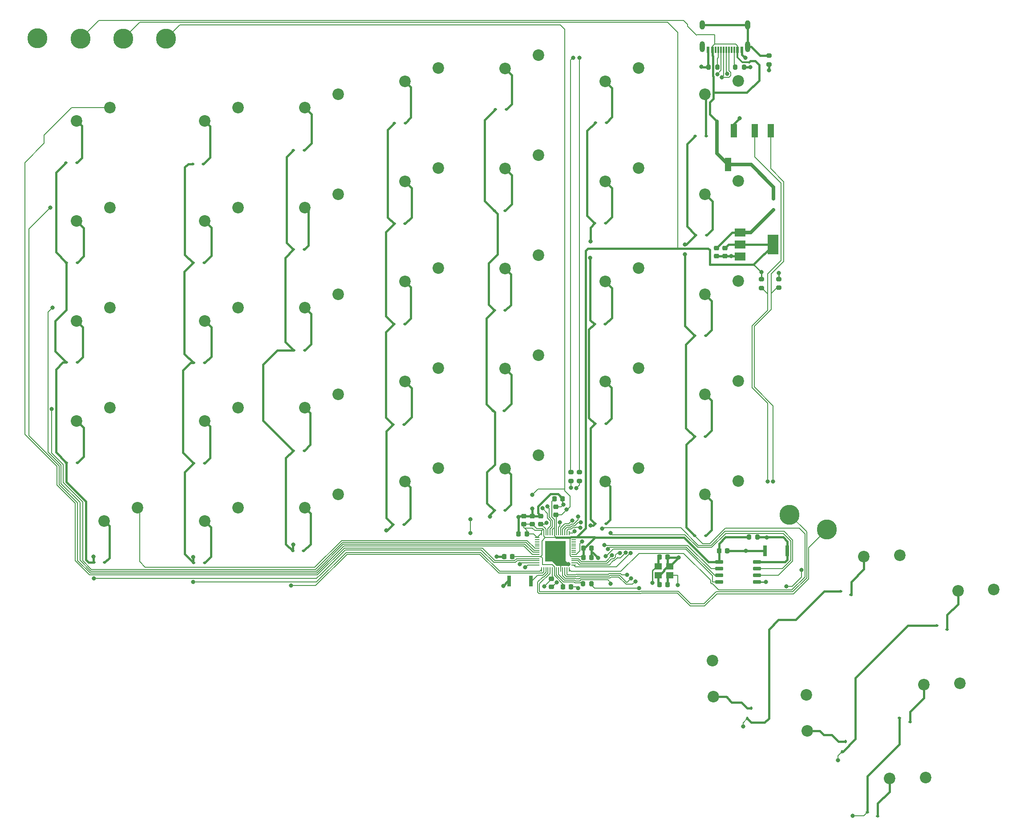
<source format=gbl>
G04 #@! TF.GenerationSoftware,KiCad,Pcbnew,7.0.5*
G04 #@! TF.CreationDate,2025-01-08T15:51:09-05:00*
G04 #@! TF.ProjectId,JasonSplitErgoKeyboard_Left,4a61736f-6e53-4706-9c69-744572676f4b,rev?*
G04 #@! TF.SameCoordinates,Original*
G04 #@! TF.FileFunction,Copper,L2,Bot*
G04 #@! TF.FilePolarity,Positive*
%FSLAX46Y46*%
G04 Gerber Fmt 4.6, Leading zero omitted, Abs format (unit mm)*
G04 Created by KiCad (PCBNEW 7.0.5) date 2025-01-08 15:51:09*
%MOMM*%
%LPD*%
G01*
G04 APERTURE LIST*
G04 Aperture macros list*
%AMRoundRect*
0 Rectangle with rounded corners*
0 $1 Rounding radius*
0 $2 $3 $4 $5 $6 $7 $8 $9 X,Y pos of 4 corners*
0 Add a 4 corners polygon primitive as box body*
4,1,4,$2,$3,$4,$5,$6,$7,$8,$9,$2,$3,0*
0 Add four circle primitives for the rounded corners*
1,1,$1+$1,$2,$3*
1,1,$1+$1,$4,$5*
1,1,$1+$1,$6,$7*
1,1,$1+$1,$8,$9*
0 Add four rect primitives between the rounded corners*
20,1,$1+$1,$2,$3,$4,$5,0*
20,1,$1+$1,$4,$5,$6,$7,0*
20,1,$1+$1,$6,$7,$8,$9,0*
20,1,$1+$1,$8,$9,$2,$3,0*%
G04 Aperture macros list end*
G04 #@! TA.AperFunction,ComponentPad*
%ADD10C,2.200000*%
G04 #@! TD*
G04 #@! TA.AperFunction,SMDPad,CuDef*
%ADD11RoundRect,0.200000X0.275000X-0.200000X0.275000X0.200000X-0.275000X0.200000X-0.275000X-0.200000X0*%
G04 #@! TD*
G04 #@! TA.AperFunction,SMDPad,CuDef*
%ADD12RoundRect,0.112500X-0.187500X-0.112500X0.187500X-0.112500X0.187500X0.112500X-0.187500X0.112500X0*%
G04 #@! TD*
G04 #@! TA.AperFunction,SMDPad,CuDef*
%ADD13RoundRect,0.200000X0.200000X0.275000X-0.200000X0.275000X-0.200000X-0.275000X0.200000X-0.275000X0*%
G04 #@! TD*
G04 #@! TA.AperFunction,SMDPad,CuDef*
%ADD14RoundRect,0.225000X-0.225000X-0.250000X0.225000X-0.250000X0.225000X0.250000X-0.225000X0.250000X0*%
G04 #@! TD*
G04 #@! TA.AperFunction,SMDPad,CuDef*
%ADD15RoundRect,0.225000X-0.250000X0.225000X-0.250000X-0.225000X0.250000X-0.225000X0.250000X0.225000X0*%
G04 #@! TD*
G04 #@! TA.AperFunction,SMDPad,CuDef*
%ADD16RoundRect,0.050000X0.350000X0.050000X-0.350000X0.050000X-0.350000X-0.050000X0.350000X-0.050000X0*%
G04 #@! TD*
G04 #@! TA.AperFunction,SMDPad,CuDef*
%ADD17RoundRect,0.050000X0.050000X0.350000X-0.050000X0.350000X-0.050000X-0.350000X0.050000X-0.350000X0*%
G04 #@! TD*
G04 #@! TA.AperFunction,SMDPad,CuDef*
%ADD18R,4.000000X4.000000*%
G04 #@! TD*
G04 #@! TA.AperFunction,SMDPad,CuDef*
%ADD19RoundRect,0.200000X-0.275000X0.200000X-0.275000X-0.200000X0.275000X-0.200000X0.275000X0.200000X0*%
G04 #@! TD*
G04 #@! TA.AperFunction,SMDPad,CuDef*
%ADD20RoundRect,0.225000X0.250000X-0.225000X0.250000X0.225000X-0.250000X0.225000X-0.250000X-0.225000X0*%
G04 #@! TD*
G04 #@! TA.AperFunction,SMDPad,CuDef*
%ADD21RoundRect,0.112500X0.041587X-0.214670X0.169844X0.137715X-0.041587X0.214670X-0.169844X-0.137715X0*%
G04 #@! TD*
G04 #@! TA.AperFunction,ConnectorPad*
%ADD22R,0.800000X2.000000*%
G04 #@! TD*
G04 #@! TA.AperFunction,ComponentPad*
%ADD23C,3.800000*%
G04 #@! TD*
G04 #@! TA.AperFunction,SMDPad,CuDef*
%ADD24RoundRect,0.112500X-0.214670X-0.041587X0.137715X-0.169844X0.214670X0.041587X-0.137715X0.169844X0*%
G04 #@! TD*
G04 #@! TA.AperFunction,SMDPad,CuDef*
%ADD25R,0.600000X1.240000*%
G04 #@! TD*
G04 #@! TA.AperFunction,SMDPad,CuDef*
%ADD26R,0.300000X1.240000*%
G04 #@! TD*
G04 #@! TA.AperFunction,ComponentPad*
%ADD27O,1.000000X1.800000*%
G04 #@! TD*
G04 #@! TA.AperFunction,ComponentPad*
%ADD28O,1.000000X2.100000*%
G04 #@! TD*
G04 #@! TA.AperFunction,SMDPad,CuDef*
%ADD29RoundRect,0.112500X0.112500X-0.187500X0.112500X0.187500X-0.112500X0.187500X-0.112500X-0.187500X0*%
G04 #@! TD*
G04 #@! TA.AperFunction,SMDPad,CuDef*
%ADD30R,1.400000X1.200000*%
G04 #@! TD*
G04 #@! TA.AperFunction,SMDPad,CuDef*
%ADD31R,2.000000X1.500000*%
G04 #@! TD*
G04 #@! TA.AperFunction,SMDPad,CuDef*
%ADD32R,2.000000X3.800000*%
G04 #@! TD*
G04 #@! TA.AperFunction,SMDPad,CuDef*
%ADD33RoundRect,0.150000X0.650000X0.150000X-0.650000X0.150000X-0.650000X-0.150000X0.650000X-0.150000X0*%
G04 #@! TD*
G04 #@! TA.AperFunction,SMDPad,CuDef*
%ADD34RoundRect,0.200000X-0.200000X-0.275000X0.200000X-0.275000X0.200000X0.275000X-0.200000X0.275000X0*%
G04 #@! TD*
G04 #@! TA.AperFunction,SMDPad,CuDef*
%ADD35R,1.200000X2.500000*%
G04 #@! TD*
G04 #@! TA.AperFunction,SMDPad,CuDef*
%ADD36RoundRect,0.225000X0.225000X0.250000X-0.225000X0.250000X-0.225000X-0.250000X0.225000X-0.250000X0*%
G04 #@! TD*
G04 #@! TA.AperFunction,ViaPad*
%ADD37C,0.800000*%
G04 #@! TD*
G04 #@! TA.AperFunction,Conductor*
%ADD38C,0.450000*%
G04 #@! TD*
G04 #@! TA.AperFunction,Conductor*
%ADD39C,0.150000*%
G04 #@! TD*
G04 #@! TA.AperFunction,Conductor*
%ADD40C,0.600000*%
G04 #@! TD*
G04 #@! TA.AperFunction,Conductor*
%ADD41C,0.250000*%
G04 #@! TD*
G04 #@! TA.AperFunction,Conductor*
%ADD42C,0.400000*%
G04 #@! TD*
G04 #@! TA.AperFunction,Conductor*
%ADD43C,0.650000*%
G04 #@! TD*
G04 #@! TA.AperFunction,Conductor*
%ADD44C,0.300000*%
G04 #@! TD*
G04 APERTURE END LIST*
D10*
X242880000Y-66310000D03*
X236530000Y-68850000D03*
X185770000Y-140030000D03*
X179420000Y-142570000D03*
X147650000Y-71330000D03*
X141300000Y-73870000D03*
X242880000Y-123460000D03*
X236530000Y-126000000D03*
X147650000Y-147530000D03*
X141300000Y-150070000D03*
X242880000Y-142510000D03*
X236530000Y-145050000D03*
X185770000Y-101930000D03*
X179420000Y-104470000D03*
X284964282Y-181015093D03*
X278128503Y-181230084D03*
X242880000Y-104410000D03*
X236530000Y-106950000D03*
X204800000Y-99440000D03*
X198450000Y-101980000D03*
X204800000Y-80390000D03*
X198450000Y-82930000D03*
X223870000Y-63830000D03*
X217520000Y-66370000D03*
X223870000Y-120980000D03*
X217520000Y-123520000D03*
X147650000Y-128480000D03*
X141300000Y-131020000D03*
X166710000Y-68820000D03*
X160360000Y-71360000D03*
X204800000Y-61340000D03*
X198450000Y-63880000D03*
X166710000Y-106920000D03*
X160360000Y-109460000D03*
X123320000Y-90410000D03*
X116970000Y-92950000D03*
X128580000Y-147530000D03*
X122230000Y-150070000D03*
X237885009Y-176694221D03*
X238100000Y-183530000D03*
X223870000Y-140030000D03*
X217520000Y-142570000D03*
X147650000Y-90380000D03*
X141300000Y-92920000D03*
X123320000Y-109460000D03*
X116970000Y-112000000D03*
X278444282Y-198925093D03*
X271608503Y-199140084D03*
X185770000Y-120980000D03*
X179420000Y-123520000D03*
X255785093Y-183245719D03*
X256000084Y-190081498D03*
X166710000Y-87870000D03*
X160360000Y-90410000D03*
X185770000Y-63830000D03*
X179420000Y-66370000D03*
X223870000Y-82880000D03*
X217520000Y-85420000D03*
X123320000Y-71360000D03*
X116970000Y-73900000D03*
X291457920Y-163142555D03*
X284622141Y-163357546D03*
X204800000Y-118490000D03*
X198450000Y-121030000D03*
X166710000Y-145020000D03*
X160360000Y-147560000D03*
X204800000Y-137540000D03*
X198450000Y-140080000D03*
X166710000Y-125970000D03*
X160360000Y-128510000D03*
X185770000Y-82880000D03*
X179420000Y-85420000D03*
X147650000Y-109430000D03*
X141300000Y-111970000D03*
X123320000Y-128510000D03*
X116970000Y-131050000D03*
X223870000Y-101930000D03*
X217520000Y-104470000D03*
X242880000Y-85360000D03*
X236530000Y-87900000D03*
X273574282Y-156620093D03*
X266738503Y-156835084D03*
D11*
X212600000Y-142450000D03*
X212600000Y-140800000D03*
D12*
X215550000Y-131600000D03*
X217650000Y-131600000D03*
D13*
X238825000Y-63650000D03*
X237175000Y-63650000D03*
D14*
X213385000Y-155270000D03*
X214935000Y-155270000D03*
D15*
X207240000Y-161105000D03*
X207240000Y-162655000D03*
D16*
X211480000Y-153270000D03*
X211480000Y-153670000D03*
X211480000Y-154070000D03*
X211480000Y-154470000D03*
X211480000Y-154870000D03*
X211480000Y-155270000D03*
X211480000Y-155670000D03*
X211480000Y-156070000D03*
X211480000Y-156470000D03*
X211480000Y-156870000D03*
X211480000Y-157270000D03*
X211480000Y-157670000D03*
X211480000Y-158070000D03*
X211480000Y-158470000D03*
D17*
X210630000Y-159320000D03*
X210230000Y-159320000D03*
X209830000Y-159320000D03*
X209430000Y-159320000D03*
X209030000Y-159320000D03*
X208630000Y-159320000D03*
X208230000Y-159320000D03*
X207830000Y-159320000D03*
X207430000Y-159320000D03*
X207030000Y-159320000D03*
X206630000Y-159320000D03*
X206230000Y-159320000D03*
X205830000Y-159320000D03*
X205430000Y-159320000D03*
D16*
X204580000Y-158470000D03*
X204580000Y-158070000D03*
X204580000Y-157670000D03*
X204580000Y-157270000D03*
X204580000Y-156870000D03*
X204580000Y-156470000D03*
X204580000Y-156070000D03*
X204580000Y-155670000D03*
X204580000Y-155270000D03*
X204580000Y-154870000D03*
X204580000Y-154470000D03*
X204580000Y-154070000D03*
X204580000Y-153670000D03*
X204580000Y-153270000D03*
D17*
X205430000Y-152420000D03*
X205830000Y-152420000D03*
X206230000Y-152420000D03*
X206630000Y-152420000D03*
X207030000Y-152420000D03*
X207430000Y-152420000D03*
X207830000Y-152420000D03*
X208230000Y-152420000D03*
X208630000Y-152420000D03*
X209030000Y-152420000D03*
X209430000Y-152420000D03*
X209830000Y-152420000D03*
X210230000Y-152420000D03*
X210630000Y-152420000D03*
D18*
X208030000Y-155870000D03*
D19*
X248700000Y-61475000D03*
X248700000Y-63125000D03*
D12*
X234550000Y-114800000D03*
X236650000Y-114800000D03*
X120200000Y-158000000D03*
X122300000Y-158000000D03*
D20*
X202070000Y-150680000D03*
X202070000Y-149130000D03*
D12*
X139200000Y-139100000D03*
X141300000Y-139100000D03*
X177150000Y-131700000D03*
X179250000Y-131700000D03*
D20*
X203640000Y-150685000D03*
X203640000Y-149135000D03*
D21*
X262540879Y-194036677D03*
X263259121Y-192063323D03*
D14*
X207875000Y-145830000D03*
X209425000Y-145830000D03*
D22*
X199220000Y-161550000D03*
X203420000Y-161550000D03*
D12*
X139100000Y-100950000D03*
X141200000Y-100950000D03*
D19*
X250530000Y-104045000D03*
X250530000Y-105695000D03*
D23*
X252590000Y-148906000D03*
D20*
X208100000Y-148935000D03*
X208100000Y-147385000D03*
D13*
X214935000Y-162030000D03*
X213285000Y-162030000D03*
D12*
X115000000Y-100900000D03*
X117100000Y-100900000D03*
X158200000Y-79500000D03*
X160300000Y-79500000D03*
D24*
X262313323Y-163440879D03*
X264286677Y-164159121D03*
D23*
X125844000Y-58228000D03*
D15*
X240310000Y-98105000D03*
X240310000Y-99655000D03*
D25*
X237110000Y-60380000D03*
X237910000Y-60380000D03*
D26*
X239060000Y-60380000D03*
X240060000Y-60380000D03*
X240560000Y-60380000D03*
X241560000Y-60380000D03*
D25*
X242710000Y-60380000D03*
X243510000Y-60380000D03*
X243510000Y-60380000D03*
X242710000Y-60380000D03*
D26*
X242060000Y-60380000D03*
X241060000Y-60380000D03*
X239560000Y-60380000D03*
X238560000Y-60380000D03*
D25*
X237910000Y-60380000D03*
X237110000Y-60380000D03*
D27*
X235990000Y-55580000D03*
D28*
X235990000Y-59780000D03*
D27*
X244630000Y-55580000D03*
D28*
X244630000Y-59780000D03*
D14*
X239165000Y-155760000D03*
X240715000Y-155760000D03*
D29*
X249550000Y-90857500D03*
X249550000Y-88757500D03*
D30*
X229760000Y-160425000D03*
X227560000Y-160425000D03*
X227560000Y-158725000D03*
X229760000Y-158725000D03*
D31*
X243150000Y-99760000D03*
X243150000Y-97460000D03*
D32*
X249450000Y-97460000D03*
D31*
X243150000Y-95160000D03*
D12*
X196400000Y-110000000D03*
X198500000Y-110000000D03*
X115000000Y-119900000D03*
X117100000Y-119900000D03*
X158150000Y-136700000D03*
X160250000Y-136700000D03*
D20*
X205260000Y-150680000D03*
X205260000Y-149130000D03*
D33*
X246360000Y-157895000D03*
X246360000Y-159165000D03*
X246360000Y-160435000D03*
X246360000Y-161705000D03*
X239160000Y-161705000D03*
X239160000Y-160435000D03*
X239160000Y-159165000D03*
X239160000Y-157895000D03*
D12*
X196200000Y-129100000D03*
X198300000Y-129100000D03*
D14*
X227825000Y-156995000D03*
X229375000Y-156995000D03*
D12*
X158250000Y-117600000D03*
X160350000Y-117600000D03*
X234720000Y-95640000D03*
X236820000Y-95640000D03*
X177350000Y-93500000D03*
X179450000Y-93500000D03*
D23*
X117716000Y-58228000D03*
X109480000Y-58190000D03*
D12*
X215550000Y-150600000D03*
X217650000Y-150600000D03*
D23*
X259702000Y-151700000D03*
D12*
X177300000Y-112600000D03*
X179400000Y-112600000D03*
X234600000Y-76800000D03*
X236700000Y-76800000D03*
D24*
X280613323Y-170040879D03*
X282586677Y-170759121D03*
D12*
X196600000Y-71700000D03*
X198700000Y-71700000D03*
X215450000Y-112600000D03*
X217550000Y-112600000D03*
X114900000Y-81850000D03*
X117000000Y-81850000D03*
D34*
X244835000Y-153190000D03*
X246485000Y-153190000D03*
D12*
X139200000Y-158100000D03*
X141300000Y-158100000D03*
X158200000Y-98400000D03*
X160300000Y-98400000D03*
X158050000Y-155800000D03*
X160150000Y-155800000D03*
D35*
X245980000Y-75730000D03*
X248980000Y-75730000D03*
X240880000Y-82230000D03*
X241980000Y-75730000D03*
D21*
X244540879Y-187736677D03*
X245259121Y-185763323D03*
D12*
X234500000Y-134000000D03*
X236600000Y-134000000D03*
D36*
X199860000Y-156880000D03*
X198310000Y-156880000D03*
D12*
X177150000Y-150800000D03*
X179250000Y-150800000D03*
X234550000Y-152900000D03*
X236650000Y-152900000D03*
D34*
X242265000Y-63630000D03*
X243915000Y-63630000D03*
D12*
X177400000Y-74300000D03*
X179500000Y-74300000D03*
D15*
X238710000Y-98095000D03*
X238710000Y-99645000D03*
D24*
X267400000Y-205600000D03*
X269373354Y-206318242D03*
D12*
X196400000Y-91000000D03*
X198500000Y-91000000D03*
D22*
X252140000Y-155740000D03*
X247940000Y-155740000D03*
D36*
X202585000Y-152580000D03*
X201035000Y-152580000D03*
D14*
X227845000Y-162185000D03*
X229395000Y-162185000D03*
D11*
X211000000Y-142455000D03*
X211000000Y-140805000D03*
D12*
X139200000Y-120000000D03*
X141300000Y-120000000D03*
D19*
X247200000Y-104085000D03*
X247200000Y-105735000D03*
D24*
X273513323Y-187640879D03*
X275486677Y-188359121D03*
D14*
X209495000Y-162600000D03*
X211045000Y-162600000D03*
D12*
X139000000Y-82100000D03*
X141100000Y-82100000D03*
X215500000Y-93400000D03*
X217600000Y-93400000D03*
X215650000Y-74200000D03*
X217750000Y-74200000D03*
X196400000Y-148100000D03*
X198500000Y-148100000D03*
D14*
X213385000Y-157020000D03*
X214935000Y-157020000D03*
D23*
X133972000Y-58228000D03*
D12*
X115000000Y-139000000D03*
X117100000Y-139000000D03*
D37*
X254825500Y-159429615D03*
X251999615Y-162575500D03*
X201050000Y-149340000D03*
X245100000Y-63620000D03*
X196860000Y-156890000D03*
X248070000Y-161690000D03*
X235840000Y-63570000D03*
X203670000Y-147710000D03*
X231500000Y-157065000D03*
X248690000Y-64250000D03*
X244280000Y-155740000D03*
X191890000Y-152410000D03*
X244170000Y-61910000D03*
X216160000Y-157095500D03*
X191890000Y-149730000D03*
X208261609Y-161818390D03*
X210488245Y-158319987D03*
X241450000Y-99660000D03*
X209530000Y-146990000D03*
X198100000Y-162450000D03*
X243070000Y-73380000D03*
X212320000Y-162910000D03*
X250530000Y-102850000D03*
X247200000Y-102720000D03*
X226535000Y-161896112D03*
X223920245Y-162877384D03*
X218550000Y-162020000D03*
X231300000Y-162300000D03*
X206365500Y-150480472D03*
X210190867Y-147865500D03*
X205910000Y-162510000D03*
X203670000Y-145100000D03*
X232720000Y-97410000D03*
X232670000Y-99340000D03*
X214700000Y-96870000D03*
X214761504Y-150933020D03*
X221690000Y-160390000D03*
X214670000Y-99960000D03*
X222454531Y-161033815D03*
X195580000Y-149220000D03*
X223249492Y-161639654D03*
X175860000Y-151880000D03*
X157760000Y-162413500D03*
X158140000Y-154590000D03*
X139130000Y-156990000D03*
X139080000Y-161739000D03*
X120190000Y-156910000D03*
X120200000Y-161064500D03*
X212590000Y-61860000D03*
X239680000Y-65635500D03*
X211390000Y-61850000D03*
X238824500Y-64990000D03*
X240760000Y-64950000D03*
X201259855Y-158344500D03*
X248430000Y-142590000D03*
X202270000Y-158950000D03*
X249429503Y-142590000D03*
X211690000Y-152080000D03*
X248260000Y-153195500D03*
X212030000Y-143800000D03*
X206488552Y-147336305D03*
X205550000Y-147680000D03*
X211030000Y-143720000D03*
X111920000Y-90410000D03*
X112330000Y-109480000D03*
X112160000Y-128750000D03*
X212779907Y-151349429D03*
X218550000Y-152425500D03*
X212890889Y-150356108D03*
X216930000Y-151560000D03*
X212320000Y-149214500D03*
X217610000Y-156760000D03*
X211232511Y-149984000D03*
X218025797Y-155404500D03*
X208904500Y-150334000D03*
X217383702Y-154638525D03*
X243770000Y-189180000D03*
X220275951Y-156157938D03*
X221380000Y-156131987D03*
X261780000Y-195630000D03*
X264600000Y-206270000D03*
X222377756Y-156191051D03*
X213110000Y-153964500D03*
X218830000Y-156650000D03*
D38*
X262713323Y-194036677D02*
X262540879Y-194036677D01*
X265130000Y-191620000D02*
X262713323Y-194036677D01*
X265130000Y-179980000D02*
X265130000Y-191620000D01*
X275069121Y-170040879D02*
X265130000Y-179980000D01*
X280613323Y-170040879D02*
X275069121Y-170040879D01*
D39*
X253054500Y-162575500D02*
X251999615Y-162575500D01*
X254825500Y-160804500D02*
X253054500Y-162575500D01*
X254825500Y-159429615D02*
X254825500Y-160804500D01*
D38*
X196500000Y-139310000D02*
X196500000Y-129400000D01*
X194980000Y-140830000D02*
X196500000Y-139310000D01*
X196500000Y-129400000D02*
X196200000Y-129100000D01*
X194980000Y-146680000D02*
X194980000Y-140830000D01*
X196400000Y-148100000D02*
X194980000Y-146680000D01*
X155150000Y-117600000D02*
X158250000Y-117600000D01*
X152430000Y-120320000D02*
X155150000Y-117600000D01*
X152430000Y-130980000D02*
X152430000Y-120320000D01*
X158150000Y-136700000D02*
X152430000Y-130980000D01*
D39*
X116040000Y-71360000D02*
X123320000Y-71360000D01*
X110770000Y-76630000D02*
X116040000Y-71360000D01*
X110770000Y-78155456D02*
X110770000Y-76630000D01*
X107090000Y-81835456D02*
X110770000Y-78155456D01*
X107090000Y-133554922D02*
X107090000Y-81835456D01*
X113217539Y-139682461D02*
X107090000Y-133554922D01*
X113217539Y-143262513D02*
X113217539Y-139682461D01*
X116650000Y-146694974D02*
X113217539Y-143262513D01*
X116650000Y-157652028D02*
X116650000Y-146694974D01*
X119387972Y-160390000D02*
X116650000Y-157652028D01*
X162779897Y-160390000D02*
X119387972Y-160390000D01*
X167939896Y-155230000D02*
X162779897Y-160390000D01*
X194150000Y-155230000D02*
X167939896Y-155230000D01*
X196550000Y-157630000D02*
X194150000Y-155230000D01*
X200292107Y-157630000D02*
X196550000Y-157630000D01*
X200652107Y-157270000D02*
X200292107Y-157630000D01*
X204580000Y-157270000D02*
X200652107Y-157270000D01*
X255850000Y-152166000D02*
X252590000Y-148906000D01*
X255850000Y-160935026D02*
X255850000Y-152166000D01*
X253185026Y-163600000D02*
X255850000Y-160935026D01*
X238605026Y-163600000D02*
X253185026Y-163600000D01*
X236345026Y-165860000D02*
X238605026Y-163600000D01*
X233754974Y-165860000D02*
X236345026Y-165860000D01*
X224252224Y-163500000D02*
X231394974Y-163500000D01*
X205020000Y-163515026D02*
X205089974Y-163585000D01*
X205020000Y-162074541D02*
X205020000Y-163515026D01*
X207030000Y-160064541D02*
X205020000Y-162074541D01*
X205089974Y-163585000D02*
X224167224Y-163585000D01*
X224167224Y-163585000D02*
X224252224Y-163500000D01*
X231394974Y-163500000D02*
X233754974Y-165860000D01*
X207030000Y-159320000D02*
X207030000Y-160064541D01*
X211015000Y-159705000D02*
X210630000Y-159320000D01*
X220504896Y-159705000D02*
X211015000Y-159705000D01*
X223964896Y-156245000D02*
X220504896Y-159705000D01*
X232435000Y-156245000D02*
X223964896Y-156245000D01*
X237580000Y-161390000D02*
X232435000Y-156245000D01*
X237785025Y-162060000D02*
X237580000Y-161854975D01*
X239090000Y-163250000D02*
X237900000Y-162060000D01*
X255500000Y-152540000D02*
X255500000Y-160790052D01*
X240383960Y-151470000D02*
X254430000Y-151470000D01*
X253040052Y-163250000D02*
X239090000Y-163250000D01*
X237900000Y-162060000D02*
X237785025Y-162060000D01*
X236053960Y-154403960D02*
X237450000Y-154403960D01*
X234550000Y-152900000D02*
X236053960Y-154403960D01*
X237450000Y-154403960D02*
X240383960Y-151470000D01*
X237580000Y-161854975D02*
X237580000Y-161390000D01*
X254430000Y-151470000D02*
X255500000Y-152540000D01*
X255500000Y-160790052D02*
X253040052Y-163250000D01*
D38*
X203635000Y-149130000D02*
X203640000Y-149135000D01*
X231500000Y-157065000D02*
X229445000Y-157065000D01*
X208525000Y-144930000D02*
X209425000Y-145830000D01*
X229445000Y-157065000D02*
X229375000Y-156995000D01*
X214935000Y-156080000D02*
X214935000Y-157020000D01*
X214935000Y-155270000D02*
X214935000Y-156080000D01*
X202070000Y-149130000D02*
X203635000Y-149130000D01*
X205255000Y-149135000D02*
X205260000Y-149130000D01*
D39*
X209130000Y-158010000D02*
X209030000Y-158010000D01*
D40*
X208065000Y-158085000D02*
X206940000Y-156960000D01*
D39*
X209030000Y-158010000D02*
X209030000Y-159320000D01*
D38*
X198310000Y-156880000D02*
X196870000Y-156880000D01*
D40*
X210488245Y-158319987D02*
X208299987Y-158319987D01*
D38*
X215144500Y-156080000D02*
X214935000Y-156080000D01*
X241445000Y-99655000D02*
X241450000Y-99660000D01*
X240735000Y-155740000D02*
X244280000Y-155740000D01*
X241450000Y-99660000D02*
X241455000Y-99655000D01*
X241980000Y-74470000D02*
X243070000Y-73380000D01*
X228685000Y-159400000D02*
X229360000Y-158725000D01*
D39*
X210488245Y-158319987D02*
X210089129Y-157920871D01*
D38*
X201260000Y-149130000D02*
X201050000Y-149340000D01*
X235920000Y-63650000D02*
X235840000Y-63570000D01*
D39*
X209530000Y-146990000D02*
X209135000Y-147385000D01*
X208140000Y-158010000D02*
X208065000Y-158085000D01*
D38*
X227560000Y-160425000D02*
X227560000Y-161900000D01*
X227560000Y-161900000D02*
X227845000Y-162185000D01*
X227560000Y-160425000D02*
X227870000Y-160425000D01*
D39*
X210488245Y-158319987D02*
X208818258Y-156650000D01*
D38*
X238720000Y-99655000D02*
X238710000Y-99645000D01*
X237110000Y-63585000D02*
X237175000Y-63650000D01*
D39*
X210089129Y-157920871D02*
X210000000Y-158010000D01*
D38*
X216160000Y-157095500D02*
X215144500Y-156080000D01*
X237110000Y-60380000D02*
X237110000Y-63585000D01*
D39*
X209030000Y-156870000D02*
X209030000Y-158010000D01*
D38*
X199000000Y-161550000D02*
X199220000Y-161550000D01*
X240310000Y-99655000D02*
X238720000Y-99655000D01*
D39*
X209130000Y-158010000D02*
X208140000Y-158010000D01*
D38*
X228685000Y-159610000D02*
X228685000Y-159400000D01*
X227870000Y-160425000D02*
X228685000Y-159610000D01*
D39*
X212010000Y-162600000D02*
X211045000Y-162600000D01*
D38*
X229840000Y-158725000D02*
X231500000Y-157065000D01*
X229360000Y-158725000D02*
X229760000Y-158725000D01*
X196870000Y-156880000D02*
X196860000Y-156890000D01*
X204725000Y-148595000D02*
X204725000Y-147338273D01*
X205260000Y-149130000D02*
X204725000Y-148595000D01*
X204725000Y-147338273D02*
X207133273Y-144930000D01*
X203640000Y-149135000D02*
X203640000Y-147740000D01*
X203640000Y-147740000D02*
X203670000Y-147710000D01*
D39*
X209588258Y-157420000D02*
X208030000Y-157420000D01*
X191890000Y-152370000D02*
X191890000Y-149730000D01*
X209425000Y-146885000D02*
X209425000Y-145830000D01*
X210488245Y-158319987D02*
X209588258Y-157420000D01*
D38*
X240310000Y-99655000D02*
X241445000Y-99655000D01*
X243915000Y-63630000D02*
X245090000Y-63630000D01*
X203640000Y-149135000D02*
X205255000Y-149135000D01*
D39*
X208261609Y-161818390D02*
X207384999Y-162695000D01*
D40*
X208299987Y-158319987D02*
X208065000Y-158085000D01*
D38*
X207133273Y-144930000D02*
X208525000Y-144930000D01*
X229375000Y-156995000D02*
X229375000Y-158340000D01*
X202070000Y-149130000D02*
X201260000Y-149130000D01*
D39*
X212320000Y-162910000D02*
X212010000Y-162600000D01*
D38*
X241455000Y-99655000D02*
X243045000Y-99655000D01*
X244170000Y-61910000D02*
X243510000Y-61250000D01*
X198100000Y-162450000D02*
X199000000Y-161550000D01*
X245090000Y-63630000D02*
X245100000Y-63620000D01*
D39*
X210000000Y-158010000D02*
X209130000Y-158010000D01*
X208818258Y-156650000D02*
X208030000Y-156650000D01*
D38*
X201035000Y-149355000D02*
X201050000Y-149340000D01*
X244280000Y-155740000D02*
X247940000Y-155740000D01*
X241980000Y-75730000D02*
X241980000Y-74470000D01*
X229760000Y-158725000D02*
X229840000Y-158725000D01*
X248700000Y-63125000D02*
X248700000Y-64240000D01*
X243510000Y-61250000D02*
X243510000Y-60380000D01*
D41*
X246360000Y-161705000D02*
X248055000Y-161705000D01*
D38*
X237175000Y-63650000D02*
X235920000Y-63650000D01*
X243045000Y-99655000D02*
X243150000Y-99760000D01*
D39*
X210089129Y-157920871D02*
X210028258Y-157860000D01*
D41*
X248055000Y-161705000D02*
X248070000Y-161690000D01*
D38*
X229375000Y-158340000D02*
X229760000Y-158725000D01*
D39*
X209135000Y-147385000D02*
X208100000Y-147385000D01*
D38*
X240715000Y-155760000D02*
X240735000Y-155740000D01*
D39*
X207384999Y-162695000D02*
X207360000Y-162695000D01*
D38*
X201035000Y-152580000D02*
X201035000Y-149355000D01*
D39*
X209530000Y-146990000D02*
X209425000Y-146885000D01*
D38*
X232540000Y-153250000D02*
X215560000Y-153250000D01*
D42*
X237100000Y-98210000D02*
X237380000Y-98490000D01*
D39*
X205580000Y-151520000D02*
X204475000Y-151520000D01*
X205600000Y-158440000D02*
X207409619Y-158440000D01*
D38*
X215560000Y-153250000D02*
X215450000Y-153140000D01*
D39*
X202070000Y-151350000D02*
X202070000Y-150680000D01*
X231290000Y-57030000D02*
X231290000Y-98210000D01*
X205410000Y-151880000D02*
X204110000Y-151880000D01*
X205430000Y-151900000D02*
X205490000Y-151900000D01*
X211020381Y-156870000D02*
X210805000Y-156654619D01*
D42*
X210843604Y-153270000D02*
X210973604Y-153140000D01*
X213820000Y-151440000D02*
X213820000Y-130753884D01*
D39*
X205430000Y-152420000D02*
X205430000Y-151900000D01*
X205830000Y-152420000D02*
X205830000Y-151770000D01*
X207670000Y-151500000D02*
X207830000Y-151500000D01*
X207350000Y-149367107D02*
X207350000Y-146355000D01*
D38*
X239160000Y-157895000D02*
X239160000Y-155855000D01*
D39*
X199860000Y-156880000D02*
X199870000Y-156870000D01*
X207350000Y-146355000D02*
X207875000Y-145830000D01*
X207830000Y-151500000D02*
X207830000Y-149847107D01*
X205830000Y-153020000D02*
X206080000Y-153270000D01*
X204475000Y-151520000D02*
X203640000Y-150685000D01*
X207830000Y-160432893D02*
X209495000Y-162097893D01*
X207830000Y-151500000D02*
X207830000Y-152420000D01*
D41*
X247200000Y-102720000D02*
X245740000Y-101260000D01*
D42*
X237380000Y-98490000D02*
X237380000Y-101260000D01*
D39*
X207430000Y-151740000D02*
X207670000Y-151500000D01*
D38*
X213385000Y-155270000D02*
X213385000Y-157020000D01*
D41*
X250530000Y-104045000D02*
X250530000Y-102850000D01*
D39*
X205255000Y-156855000D02*
X205240000Y-156870000D01*
D42*
X213820000Y-130753884D02*
X213805000Y-130738883D01*
D39*
X207430000Y-152420000D02*
X207430000Y-151740000D01*
D42*
X208220381Y-153270000D02*
X210843604Y-153270000D01*
D39*
X207830000Y-152879619D02*
X208220381Y-153270000D01*
D38*
X215450000Y-153140000D02*
X211840000Y-153140000D01*
D39*
X209495000Y-162097893D02*
X209495000Y-162600000D01*
X211480000Y-156870000D02*
X213235000Y-156870000D01*
X210805000Y-156654619D02*
X210805000Y-153308604D01*
D38*
X240410000Y-153190000D02*
X239165000Y-154435000D01*
D39*
X205570000Y-158410000D02*
X205600000Y-158440000D01*
X203890000Y-152580000D02*
X202585000Y-152580000D01*
D41*
X247200000Y-104085000D02*
X247200000Y-102720000D01*
D42*
X212285000Y-152975000D02*
X213820000Y-151440000D01*
D39*
X211480000Y-156870000D02*
X211020381Y-156870000D01*
X205255000Y-156855000D02*
X205570000Y-157170000D01*
X205830000Y-151770000D02*
X205725000Y-151665000D01*
X207830000Y-158860381D02*
X207830000Y-159320000D01*
X203740000Y-151510000D02*
X203740000Y-151470000D01*
X205470000Y-156640000D02*
X205255000Y-156855000D01*
D42*
X237380000Y-101260000D02*
X245740000Y-101260000D01*
D39*
X229360000Y-55100000D02*
X231290000Y-57030000D01*
D38*
X239160000Y-157895000D02*
X237185000Y-157895000D01*
D39*
X205830000Y-152420000D02*
X205830000Y-153020000D01*
X202070000Y-150680000D02*
X203635000Y-150680000D01*
X213235000Y-156870000D02*
X213385000Y-157020000D01*
X203635000Y-150680000D02*
X203640000Y-150685000D01*
X204580000Y-153270000D02*
X203890000Y-152580000D01*
D38*
X243150000Y-97460000D02*
X249450000Y-97460000D01*
X215560000Y-153250000D02*
X213540000Y-155270000D01*
D39*
X205725000Y-151665000D02*
X205580000Y-151520000D01*
X199870000Y-156870000D02*
X204580000Y-156870000D01*
X202190000Y-151470000D02*
X202070000Y-151350000D01*
X207409619Y-158440000D02*
X207830000Y-158860381D01*
X205240000Y-156870000D02*
X204580000Y-156870000D01*
D38*
X243150000Y-97460000D02*
X240955000Y-97460000D01*
D39*
X204110000Y-151880000D02*
X203740000Y-151510000D01*
X207830000Y-149847107D02*
X207350000Y-149367107D01*
D42*
X214260000Y-98210000D02*
X237100000Y-98210000D01*
D39*
X203740000Y-151470000D02*
X202190000Y-151470000D01*
X128972000Y-55100000D02*
X229360000Y-55100000D01*
D38*
X213540000Y-155270000D02*
X213385000Y-155270000D01*
D42*
X245740000Y-101260000D02*
X249760000Y-97240000D01*
D39*
X125844000Y-58228000D02*
X128972000Y-55100000D01*
X206080000Y-153270000D02*
X205470000Y-153880000D01*
X210805000Y-153308604D02*
X210843604Y-153270000D01*
D42*
X213805000Y-98665000D02*
X214260000Y-98210000D01*
D39*
X205470000Y-153880000D02*
X205470000Y-156640000D01*
X205430000Y-151900000D02*
X205410000Y-151880000D01*
D38*
X237185000Y-157895000D02*
X232540000Y-153250000D01*
D39*
X208220381Y-153270000D02*
X206080000Y-153270000D01*
D38*
X239165000Y-154435000D02*
X239165000Y-155760000D01*
X244835000Y-153190000D02*
X240410000Y-153190000D01*
D42*
X213805000Y-130738883D02*
X213805000Y-98665000D01*
X210973604Y-153140000D02*
X211840000Y-153140000D01*
D39*
X207830000Y-159320000D02*
X207830000Y-160432893D01*
X202585000Y-152580000D02*
X202585000Y-151865000D01*
X205490000Y-151900000D02*
X205725000Y-151665000D01*
X207830000Y-152420000D02*
X207830000Y-152879619D01*
X205570000Y-157170000D02*
X205570000Y-158410000D01*
X202585000Y-151865000D02*
X202190000Y-151470000D01*
D38*
X240955000Y-97460000D02*
X240310000Y-98105000D01*
D39*
X204580000Y-153270000D02*
X205430000Y-152420000D01*
X215480000Y-162860000D02*
X214935000Y-162315000D01*
X223902861Y-162860000D02*
X215480000Y-162860000D01*
D38*
X227560000Y-158725000D02*
X227560000Y-157260000D01*
D39*
X223920245Y-162877384D02*
X223902861Y-162860000D01*
X214935000Y-162315000D02*
X214935000Y-162030000D01*
D41*
X226535000Y-161896112D02*
X226535000Y-159500000D01*
X227310000Y-158725000D02*
X227560000Y-158725000D01*
D38*
X227560000Y-157260000D02*
X227825000Y-156995000D01*
D41*
X226535000Y-159500000D02*
X227310000Y-158725000D01*
D39*
X231300000Y-162300000D02*
X231300000Y-160490000D01*
D38*
X229395000Y-160790000D02*
X229395000Y-162185000D01*
D39*
X208630000Y-160242945D02*
X208630000Y-159320000D01*
X211734879Y-161360000D02*
X209747055Y-161360000D01*
X218550000Y-161840000D02*
X217990000Y-161280000D01*
X212668249Y-161500000D02*
X211874879Y-161500000D01*
X212888249Y-161280000D02*
X212668249Y-161500000D01*
X217990000Y-161280000D02*
X212888249Y-161280000D01*
X231300000Y-160490000D02*
X231235000Y-160425000D01*
X211874879Y-161500000D02*
X211734879Y-161360000D01*
X231235000Y-160425000D02*
X229760000Y-160425000D01*
X218550000Y-162020000D02*
X218550000Y-161840000D01*
X209747055Y-161360000D02*
X208630000Y-160242945D01*
D38*
X229760000Y-160425000D02*
X229395000Y-160790000D01*
D39*
X133972000Y-58228000D02*
X136600000Y-55600000D01*
X207430000Y-161075000D02*
X207430000Y-159320000D01*
X205260000Y-150680000D02*
X206230000Y-151650000D01*
X204740000Y-144030000D02*
X209820000Y-144030000D01*
X206365500Y-150480472D02*
X206165972Y-150680000D01*
X208230000Y-152420000D02*
X208230000Y-149065000D01*
X206165972Y-150680000D02*
X205260000Y-150680000D01*
X209820000Y-144370000D02*
X210800000Y-145350000D01*
X209820000Y-56450000D02*
X209820000Y-144030000D01*
X207240000Y-161180000D02*
X205910000Y-162510000D01*
X210800000Y-147380000D02*
X209245000Y-148935000D01*
X209820000Y-144030000D02*
X209820000Y-144370000D01*
X207240000Y-161105000D02*
X207240000Y-161180000D01*
X210800000Y-145350000D02*
X210800000Y-147380000D01*
X206230000Y-151650000D02*
X206230000Y-152420000D01*
X208970000Y-55600000D02*
X209820000Y-56450000D01*
X208230000Y-149065000D02*
X208100000Y-148935000D01*
X136600000Y-55600000D02*
X208970000Y-55600000D01*
X207360000Y-161145000D02*
X207430000Y-161075000D01*
X209245000Y-148935000D02*
X208100000Y-148935000D01*
X203670000Y-145100000D02*
X204740000Y-144030000D01*
X238360000Y-59270000D02*
X237910000Y-59720000D01*
D38*
X237999500Y-65331727D02*
X237999500Y-61539500D01*
D43*
X249550000Y-86500000D02*
X245280000Y-82230000D01*
D38*
X245140000Y-62460000D02*
X245110000Y-62490000D01*
D39*
X233190000Y-55880000D02*
X234900000Y-57590000D01*
X237910000Y-59720000D02*
X237910000Y-60380000D01*
D43*
X240880000Y-82230000D02*
X238770000Y-80120000D01*
D39*
X242710000Y-59630000D02*
X242350000Y-59270000D01*
D43*
X245280000Y-82230000D02*
X240880000Y-82230000D01*
D39*
X245015000Y-62585000D02*
X245110000Y-62490000D01*
D38*
X238130000Y-65462227D02*
X237999500Y-65331727D01*
D39*
X242710000Y-60380000D02*
X242710000Y-59630000D01*
D38*
X238130000Y-68490000D02*
X244480000Y-68490000D01*
X237450000Y-70310000D02*
X238130000Y-69630000D01*
D39*
X232390000Y-54750000D02*
X233190000Y-55550000D01*
D38*
X238130000Y-68490000D02*
X238130000Y-65462227D01*
D39*
X234900000Y-57590000D02*
X234980000Y-57510000D01*
X242350000Y-59270000D02*
X238360000Y-59270000D01*
D38*
X246800000Y-63230000D02*
X246030000Y-62460000D01*
X246800000Y-66170000D02*
X246800000Y-63230000D01*
D39*
X234980000Y-57510000D02*
X238360000Y-57510000D01*
D38*
X237910000Y-61450000D02*
X237910000Y-60380000D01*
D39*
X233190000Y-55550000D02*
X233190000Y-55880000D01*
D43*
X249550000Y-88757500D02*
X249550000Y-86500000D01*
D39*
X238360000Y-57510000D02*
X238360000Y-59270000D01*
D42*
X244890000Y-62710000D02*
X245015000Y-62585000D01*
D44*
X242710000Y-60380000D02*
X242710000Y-61830000D01*
D39*
X121194000Y-54750000D02*
X232390000Y-54750000D01*
D44*
X242710000Y-61830000D02*
X243590000Y-62710000D01*
D38*
X238770000Y-73990000D02*
X237450000Y-72670000D01*
D43*
X238770000Y-80120000D02*
X238770000Y-73990000D01*
D38*
X237450000Y-72670000D02*
X237450000Y-70310000D01*
D39*
X117716000Y-58228000D02*
X121194000Y-54750000D01*
D38*
X237999500Y-61539500D02*
X237910000Y-61450000D01*
X238130000Y-69630000D02*
X238130000Y-68490000D01*
D44*
X243590000Y-62710000D02*
X244890000Y-62710000D01*
D38*
X246030000Y-62460000D02*
X245140000Y-62460000D01*
X244480000Y-68490000D02*
X246800000Y-66170000D01*
X234720000Y-95640000D02*
X233090000Y-94010000D01*
X233090000Y-78310000D02*
X234600000Y-76800000D01*
X232950000Y-97410000D02*
X234720000Y-95640000D01*
X233090000Y-94010000D02*
X233090000Y-78310000D01*
X234550000Y-152900000D02*
X232960000Y-151310000D01*
X232960000Y-135540000D02*
X234500000Y-134000000D01*
X232880000Y-116470000D02*
X234550000Y-114800000D01*
X232720000Y-97410000D02*
X232950000Y-97410000D01*
X232670000Y-112920000D02*
X232670000Y-99340000D01*
X232880000Y-132380000D02*
X232880000Y-116470000D01*
X234550000Y-114800000D02*
X232670000Y-112920000D01*
X232960000Y-151310000D02*
X232960000Y-135540000D01*
X234500000Y-134000000D02*
X232880000Y-132380000D01*
X282586677Y-167973323D02*
X282586677Y-170759121D01*
X284622141Y-163357546D02*
X284622141Y-165937859D01*
X284622141Y-165937859D02*
X282586677Y-167973323D01*
X278128503Y-181230084D02*
X278128503Y-183811497D01*
X278128503Y-183811497D02*
X275486677Y-186453323D01*
X275486677Y-186453323D02*
X275486677Y-188359121D01*
X271608503Y-201631497D02*
X269373354Y-203866646D01*
X271608503Y-199140084D02*
X271608503Y-201631497D01*
X269373354Y-203866646D02*
X269373354Y-206318242D01*
X259090000Y-190820000D02*
X260610000Y-190820000D01*
X258351498Y-190081498D02*
X259090000Y-190820000D01*
X256000084Y-190081498D02*
X258351498Y-190081498D01*
X260610000Y-190820000D02*
X261853323Y-192063323D01*
X261853323Y-192063323D02*
X263259121Y-192063323D01*
X244523323Y-185763323D02*
X243400000Y-184640000D01*
X240680000Y-183630000D02*
X240580000Y-183530000D01*
X243400000Y-184640000D02*
X241610000Y-184640000D01*
X241610000Y-184640000D02*
X240680000Y-183710000D01*
X240680000Y-183710000D02*
X240680000Y-183630000D01*
X245259121Y-185763323D02*
X244523323Y-185763323D01*
X240580000Y-183530000D02*
X238100000Y-183530000D01*
X236670000Y-68990000D02*
X236670000Y-76770000D01*
X236670000Y-76770000D02*
X236700000Y-76800000D01*
X236530000Y-68850000D02*
X236670000Y-68990000D01*
D39*
X210314974Y-160310000D02*
X210230000Y-160225026D01*
D38*
X214670000Y-111820000D02*
X214670000Y-99960000D01*
X215550000Y-131600000D02*
X214430000Y-130480000D01*
X214430000Y-130480000D02*
X214430000Y-113620000D01*
D39*
X220359922Y-160055000D02*
X218315480Y-160055000D01*
D38*
X215450000Y-112600000D02*
X214670000Y-111820000D01*
D39*
X211959854Y-160230000D02*
X211879854Y-160310000D01*
D38*
X214700000Y-132450000D02*
X215550000Y-131600000D01*
X214050000Y-75800000D02*
X215650000Y-74200000D01*
D39*
X221690000Y-160390000D02*
X220694922Y-160390000D01*
X220694922Y-160390000D02*
X220359922Y-160055000D01*
D38*
X215550000Y-150600000D02*
X214700000Y-149750000D01*
D39*
X211879854Y-160310000D02*
X210314974Y-160310000D01*
D38*
X214700000Y-149750000D02*
X214700000Y-132450000D01*
X215500000Y-93400000D02*
X214050000Y-91950000D01*
X214700000Y-96870000D02*
X214700000Y-94200000D01*
X214430000Y-113620000D02*
X215450000Y-112600000D01*
D39*
X210230000Y-160225026D02*
X210230000Y-159320000D01*
D38*
X214050000Y-91950000D02*
X214050000Y-75800000D01*
D39*
X218315480Y-160055000D02*
X218140480Y-160230000D01*
D38*
X214761504Y-150933020D02*
X215216980Y-150933020D01*
X214700000Y-94200000D02*
X215500000Y-93400000D01*
D39*
X218140480Y-160230000D02*
X211959854Y-160230000D01*
D38*
X215216980Y-150933020D02*
X215550000Y-150600000D01*
X236530000Y-87900000D02*
X237900000Y-89270000D01*
X237900000Y-89270000D02*
X237900000Y-94560000D01*
X237900000Y-94560000D02*
X236820000Y-95640000D01*
X237740000Y-113710000D02*
X236650000Y-114800000D01*
X237740000Y-108160000D02*
X237740000Y-113710000D01*
X236530000Y-106950000D02*
X237740000Y-108160000D01*
X237730000Y-127200000D02*
X237730000Y-132870000D01*
X236530000Y-126000000D02*
X237730000Y-127200000D01*
X237730000Y-132870000D02*
X236600000Y-134000000D01*
X236530000Y-145050000D02*
X237760000Y-146280000D01*
X237760000Y-151790000D02*
X236650000Y-152900000D01*
X237760000Y-146280000D02*
X237760000Y-151790000D01*
X218810000Y-67660000D02*
X218810000Y-73140000D01*
X218810000Y-73140000D02*
X217750000Y-74200000D01*
X217520000Y-66370000D02*
X218810000Y-67660000D01*
X196200000Y-129100000D02*
X194930000Y-127830000D01*
D39*
X221678346Y-161810000D02*
X221619948Y-161810000D01*
D38*
X194550000Y-73750000D02*
X196600000Y-71700000D01*
X197000000Y-91600000D02*
X196400000Y-91000000D01*
D39*
X218285456Y-160580000D02*
X212104829Y-160580000D01*
D38*
X195580000Y-148920000D02*
X196400000Y-148100000D01*
X195300000Y-108900000D02*
X195300000Y-101000000D01*
D39*
X195580000Y-149220000D02*
X195580000Y-148920000D01*
X212024829Y-160660000D02*
X210170000Y-160660000D01*
D38*
X197000000Y-99300000D02*
X197000000Y-91600000D01*
X194550000Y-89150000D02*
X194550000Y-73750000D01*
D39*
X222454531Y-161033815D02*
X221678346Y-161810000D01*
X209830000Y-160320000D02*
X209830000Y-159320000D01*
X220214948Y-160405000D02*
X218460455Y-160405000D01*
D38*
X196400000Y-91000000D02*
X194550000Y-89150000D01*
X196400000Y-110000000D02*
X195300000Y-108900000D01*
D39*
X212104829Y-160580000D02*
X212024829Y-160660000D01*
X218460455Y-160405000D02*
X218285456Y-160580000D01*
D38*
X194930000Y-111470000D02*
X196400000Y-110000000D01*
X195300000Y-101000000D02*
X197000000Y-99300000D01*
D39*
X221619948Y-161810000D02*
X220214948Y-160405000D01*
X210170000Y-160660000D02*
X209830000Y-160320000D01*
D38*
X194930000Y-127830000D02*
X194930000Y-111470000D01*
X217520000Y-85420000D02*
X218820000Y-86720000D01*
X218820000Y-92180000D02*
X217600000Y-93400000D01*
X218820000Y-86720000D02*
X218820000Y-92180000D01*
X218780000Y-105730000D02*
X218780000Y-111370000D01*
X217520000Y-104470000D02*
X218780000Y-105730000D01*
X218780000Y-111370000D02*
X217550000Y-112600000D01*
X217520000Y-123520000D02*
X218720000Y-124720000D01*
X218720000Y-130530000D02*
X217650000Y-131600000D01*
X218720000Y-124720000D02*
X218720000Y-130530000D01*
X218430000Y-143480000D02*
X218430000Y-149820000D01*
X218430000Y-149820000D02*
X217650000Y-150600000D01*
X217520000Y-142570000D02*
X218430000Y-143480000D01*
X198450000Y-63880000D02*
X199720000Y-65150000D01*
X199720000Y-65150000D02*
X199720000Y-70680000D01*
X199720000Y-70680000D02*
X198700000Y-71700000D01*
X177350000Y-93500000D02*
X176100000Y-92250000D01*
D39*
X218605430Y-160755000D02*
X218430430Y-160930000D01*
D38*
X175870000Y-132980000D02*
X177150000Y-131700000D01*
D39*
X209430000Y-160547971D02*
X209430000Y-159320000D01*
X211879854Y-161010000D02*
X209892029Y-161010000D01*
X212019853Y-161150000D02*
X211879854Y-161010000D01*
D38*
X176070000Y-151880000D02*
X177150000Y-150800000D01*
D39*
X212743275Y-160930000D02*
X212523275Y-161150000D01*
D38*
X177300000Y-112600000D02*
X175780000Y-111080000D01*
X175780000Y-111080000D02*
X175780000Y-95070000D01*
X175810000Y-130360000D02*
X175810000Y-114090000D01*
X177150000Y-131700000D02*
X175810000Y-130360000D01*
X176100000Y-92250000D02*
X176100000Y-75600000D01*
X177150000Y-150800000D02*
X175870000Y-149520000D01*
X175810000Y-114090000D02*
X177300000Y-112600000D01*
D39*
X218430430Y-160930000D02*
X212743275Y-160930000D01*
X221474974Y-162160000D02*
X220069974Y-160755000D01*
D38*
X176100000Y-75600000D02*
X177400000Y-74300000D01*
D39*
X223249492Y-161639654D02*
X222729146Y-162160000D01*
X212523275Y-161150000D02*
X212019853Y-161150000D01*
D38*
X175780000Y-95070000D02*
X177350000Y-93500000D01*
D39*
X220069974Y-160755000D02*
X218605430Y-160755000D01*
X175860000Y-151880000D02*
X176070000Y-151880000D01*
D38*
X175870000Y-149520000D02*
X175870000Y-132980000D01*
D39*
X222729146Y-162160000D02*
X221474974Y-162160000D01*
X209892029Y-161010000D02*
X209430000Y-160547971D01*
D38*
X199740000Y-89760000D02*
X198500000Y-91000000D01*
X198450000Y-82930000D02*
X199740000Y-84220000D01*
X199740000Y-84220000D02*
X199740000Y-89760000D01*
X199570000Y-103100000D02*
X199570000Y-108930000D01*
X199570000Y-108930000D02*
X198500000Y-110000000D01*
X198450000Y-101980000D02*
X199570000Y-103100000D01*
X199680000Y-122260000D02*
X199680000Y-127720000D01*
X199680000Y-127720000D02*
X198300000Y-129100000D01*
X198450000Y-121030000D02*
X199680000Y-122260000D01*
X199600000Y-141230000D02*
X199600000Y-147000000D01*
X199600000Y-147000000D02*
X198500000Y-148100000D01*
X198450000Y-140080000D02*
X199600000Y-141230000D01*
X180540000Y-73260000D02*
X179500000Y-74300000D01*
X179420000Y-66370000D02*
X180540000Y-67490000D01*
X180540000Y-67490000D02*
X180540000Y-73260000D01*
X156900000Y-97100000D02*
X156900000Y-80800000D01*
D39*
X205830000Y-159320000D02*
X205830000Y-159779619D01*
D38*
X156730000Y-138120000D02*
X158150000Y-136700000D01*
X156660000Y-116010000D02*
X156660000Y-99940000D01*
D39*
X193680000Y-156470000D02*
X168390000Y-156470000D01*
D38*
X156660000Y-99940000D02*
X158200000Y-98400000D01*
X158050000Y-154680000D02*
X158140000Y-154590000D01*
D39*
X168390000Y-156470000D02*
X162446500Y-162413500D01*
D38*
X158200000Y-98400000D02*
X156900000Y-97100000D01*
D39*
X162446500Y-162413500D02*
X157760000Y-162413500D01*
D38*
X158050000Y-155800000D02*
X158050000Y-154680000D01*
D39*
X205830000Y-159779619D02*
X205559619Y-160050000D01*
X205559619Y-160050000D02*
X197260000Y-160050000D01*
D38*
X158250000Y-117600000D02*
X156660000Y-116010000D01*
X158050000Y-155800000D02*
X156730000Y-154480000D01*
X156900000Y-80800000D02*
X158200000Y-79500000D01*
X156730000Y-154480000D02*
X156730000Y-138120000D01*
D39*
X197260000Y-160050000D02*
X193680000Y-156470000D01*
D38*
X180690000Y-86690000D02*
X180690000Y-92260000D01*
X180690000Y-92260000D02*
X179450000Y-93500000D01*
X179420000Y-85420000D02*
X180690000Y-86690000D01*
X180510000Y-105560000D02*
X180510000Y-111490000D01*
X180510000Y-111490000D02*
X179400000Y-112600000D01*
X179420000Y-104470000D02*
X180510000Y-105560000D01*
X180660000Y-130290000D02*
X179250000Y-131700000D01*
X180660000Y-124760000D02*
X180660000Y-130290000D01*
X179420000Y-123520000D02*
X180660000Y-124760000D01*
X180480000Y-149570000D02*
X179250000Y-150800000D01*
X179420000Y-142570000D02*
X180480000Y-143630000D01*
X180480000Y-143630000D02*
X180480000Y-149570000D01*
X160360000Y-71360000D02*
X161670000Y-72670000D01*
X161670000Y-78130000D02*
X160300000Y-79500000D01*
X161670000Y-72670000D02*
X161670000Y-78130000D01*
X137510000Y-82750000D02*
X138160000Y-82100000D01*
D39*
X193830000Y-156090000D02*
X168260000Y-156090000D01*
D38*
X139200000Y-139100000D02*
X137160000Y-137060000D01*
X138160000Y-82100000D02*
X139000000Y-82100000D01*
X137160000Y-137060000D02*
X137160000Y-121430000D01*
D39*
X205430000Y-159320000D02*
X205050000Y-159700000D01*
D38*
X137480000Y-140820000D02*
X139200000Y-139100000D01*
X137480000Y-156380000D02*
X137480000Y-140820000D01*
D39*
X197440000Y-159700000D02*
X193830000Y-156090000D01*
D38*
X138590000Y-120000000D02*
X139200000Y-120000000D01*
D39*
X168260000Y-156090000D02*
X162611000Y-161739000D01*
D38*
X137510000Y-99360000D02*
X137510000Y-82750000D01*
D39*
X162611000Y-161739000D02*
X139080000Y-161739000D01*
D38*
X137160000Y-121430000D02*
X138590000Y-120000000D01*
D39*
X139130000Y-158030000D02*
X139200000Y-158100000D01*
D38*
X139100000Y-100950000D02*
X137510000Y-99360000D01*
X137440000Y-118240000D02*
X137440000Y-102610000D01*
X139200000Y-158100000D02*
X137480000Y-156380000D01*
X137440000Y-102610000D02*
X139100000Y-100950000D01*
X139130000Y-156990000D02*
X139130000Y-158030000D01*
D39*
X205050000Y-159700000D02*
X197440000Y-159700000D01*
D38*
X139200000Y-120000000D02*
X137440000Y-118240000D01*
X161070000Y-97630000D02*
X160300000Y-98400000D01*
X161070000Y-91120000D02*
X161070000Y-97630000D01*
X160360000Y-90410000D02*
X161070000Y-91120000D01*
X160360000Y-109460000D02*
X161580000Y-110680000D01*
X161580000Y-110680000D02*
X161580000Y-116370000D01*
X161580000Y-116370000D02*
X160350000Y-117600000D01*
X160360000Y-128510000D02*
X161400000Y-129550000D01*
X161400000Y-129550000D02*
X161400000Y-135550000D01*
X161400000Y-135550000D02*
X160250000Y-136700000D01*
X161480000Y-154470000D02*
X160150000Y-155800000D01*
X160360000Y-147560000D02*
X161480000Y-148680000D01*
X161480000Y-148680000D02*
X161480000Y-154470000D01*
X141300000Y-73870000D02*
X141300000Y-73900000D01*
X142320000Y-74920000D02*
X142320000Y-80880000D01*
X141300000Y-73900000D02*
X142320000Y-74920000D01*
X142320000Y-80880000D02*
X141100000Y-82100000D01*
X112900000Y-117800000D02*
X112900000Y-112000000D01*
D39*
X168084870Y-155580000D02*
X163472435Y-160192435D01*
D38*
X113020000Y-98920000D02*
X113020000Y-83730000D01*
X118675000Y-146355000D02*
X114950000Y-142630000D01*
X119190000Y-158000000D02*
X118675000Y-157485000D01*
X115000000Y-109900000D02*
X115000000Y-100900000D01*
X120200000Y-158000000D02*
X119190000Y-158000000D01*
X115000000Y-139000000D02*
X113020000Y-137020000D01*
D39*
X162600370Y-161064500D02*
X120200000Y-161064500D01*
D38*
X120190000Y-156910000D02*
X120190000Y-157990000D01*
X113020000Y-83730000D02*
X114900000Y-81850000D01*
X115000000Y-100900000D02*
X113020000Y-98920000D01*
X118675000Y-157485000D02*
X118675000Y-146355000D01*
X113020000Y-137020000D02*
X113020000Y-121200000D01*
D39*
X200747081Y-157670000D02*
X200437081Y-157980000D01*
D38*
X112900000Y-112000000D02*
X115000000Y-109900000D01*
X114950000Y-142630000D02*
X114950000Y-139050000D01*
D39*
X193930000Y-155580000D02*
X168084870Y-155580000D01*
D38*
X114950000Y-139050000D02*
X115000000Y-139000000D01*
X115000000Y-119900000D02*
X112900000Y-117800000D01*
X114320000Y-119900000D02*
X115000000Y-119900000D01*
D39*
X196330000Y-157980000D02*
X193930000Y-155580000D01*
D38*
X113020000Y-121200000D02*
X114320000Y-119900000D01*
D39*
X200437081Y-157980000D02*
X196330000Y-157980000D01*
X204580000Y-157670000D02*
X200747081Y-157670000D01*
X163472435Y-160192435D02*
X162600370Y-161064500D01*
X120190000Y-157990000D02*
X120200000Y-158000000D01*
D38*
X141300000Y-92920000D02*
X142580000Y-94200000D01*
X142580000Y-94200000D02*
X142580000Y-99570000D01*
X142580000Y-99570000D02*
X141200000Y-100950000D01*
X142560000Y-118740000D02*
X141300000Y-120000000D01*
X142560000Y-113230000D02*
X142560000Y-118740000D01*
X141300000Y-111970000D02*
X142560000Y-113230000D01*
X142360000Y-132080000D02*
X142360000Y-138040000D01*
X142360000Y-138040000D02*
X141300000Y-139100000D01*
X141300000Y-131020000D02*
X142360000Y-132080000D01*
X142530000Y-156870000D02*
X141300000Y-158100000D01*
X141300000Y-150070000D02*
X142530000Y-151300000D01*
X142530000Y-151300000D02*
X142530000Y-156870000D01*
X117930000Y-80920000D02*
X117000000Y-81850000D01*
X116970000Y-73900000D02*
X117930000Y-74860000D01*
X117930000Y-74860000D02*
X117930000Y-80920000D01*
X116970000Y-92950000D02*
X118320000Y-94300000D01*
X118320000Y-99680000D02*
X117100000Y-100900000D01*
X118320000Y-94300000D02*
X118320000Y-99680000D01*
X116970000Y-112000000D02*
X118130000Y-113160000D01*
X118130000Y-113160000D02*
X118130000Y-118870000D01*
X118130000Y-118870000D02*
X117100000Y-119900000D01*
X118260000Y-137840000D02*
X117100000Y-139000000D01*
X116970000Y-131050000D02*
X118260000Y-132340000D01*
X118260000Y-132340000D02*
X118260000Y-137840000D01*
X122230000Y-150070000D02*
X123210000Y-151050000D01*
X123210000Y-157090000D02*
X122300000Y-158000000D01*
X123210000Y-151050000D02*
X123210000Y-157090000D01*
D39*
X204670000Y-163660000D02*
X204945000Y-163935000D01*
X256200000Y-155202000D02*
X259702000Y-151700000D01*
X224397199Y-163850000D02*
X231250000Y-163850000D01*
X205630000Y-160750000D02*
X204670000Y-161710000D01*
X233700000Y-166300000D02*
X236400000Y-166300000D01*
X206630000Y-159969567D02*
X205849567Y-160750000D01*
X204670000Y-161710000D02*
X204670000Y-163660000D01*
X231250000Y-163850000D02*
X233700000Y-166300000D01*
X206630000Y-159320000D02*
X206630000Y-159969567D01*
X238750000Y-163950000D02*
X253330000Y-163950000D01*
X204945000Y-163935000D02*
X224312199Y-163935000D01*
X236400000Y-166300000D02*
X238750000Y-163950000D01*
X256200000Y-161080000D02*
X256200000Y-155202000D01*
X205849567Y-160750000D02*
X205630000Y-160750000D01*
X224312199Y-163935000D02*
X224397199Y-163850000D01*
X253330000Y-163950000D02*
X256200000Y-161080000D01*
X238825000Y-62035000D02*
X239060000Y-61800000D01*
X238825000Y-63650000D02*
X238825000Y-62035000D01*
X239060000Y-61800000D02*
X239060000Y-60380000D01*
X241435000Y-65235000D02*
X241034500Y-65635500D01*
X241060000Y-60380000D02*
X241060000Y-64295405D01*
X241034500Y-65635500D02*
X239680000Y-65635500D01*
X212590000Y-61860000D02*
X212590000Y-140790000D01*
X241435000Y-64670405D02*
X241435000Y-65235000D01*
X240060000Y-65255500D02*
X239680000Y-65635500D01*
X240060000Y-60380000D02*
X240060000Y-65255500D01*
X241060000Y-64295405D02*
X241435000Y-64670405D01*
X212590000Y-140790000D02*
X212600000Y-140800000D01*
X210930000Y-62310000D02*
X210930000Y-140735000D01*
X239560000Y-60380000D02*
X239560000Y-64254500D01*
X211390000Y-61850000D02*
X210930000Y-62310000D01*
X239560000Y-64254500D02*
X238824500Y-64990000D01*
X240560000Y-60380000D02*
X240560000Y-64750000D01*
X210930000Y-140735000D02*
X211000000Y-140805000D01*
X240560000Y-64750000D02*
X240760000Y-64950000D01*
X242265000Y-63630000D02*
X242070000Y-63435000D01*
X242060000Y-63425000D02*
X242060000Y-60380000D01*
X242265000Y-63630000D02*
X242060000Y-63425000D01*
D38*
X244630000Y-59780000D02*
X244630000Y-55580000D01*
X245330000Y-59780000D02*
X244630000Y-59780000D01*
X247025000Y-61475000D02*
X245330000Y-59780000D01*
X244630000Y-55580000D02*
X235990000Y-55580000D01*
X248700000Y-61475000D02*
X247025000Y-61475000D01*
D39*
X248400000Y-106840000D02*
X248430000Y-106810000D01*
X248430000Y-106810000D02*
X248430000Y-103040000D01*
X245500000Y-124700000D02*
X245500000Y-112900000D01*
X245980000Y-80770000D02*
X245980000Y-75730000D01*
X247355000Y-105735000D02*
X247200000Y-105735000D01*
X248430000Y-103040000D02*
X250940000Y-100530000D01*
X248430000Y-142590000D02*
X248430000Y-127630000D01*
X245500000Y-112900000D02*
X248400000Y-110000000D01*
X248400000Y-110000000D02*
X248400000Y-106840000D01*
X248430000Y-127630000D02*
X245500000Y-124700000D01*
X201534355Y-158070000D02*
X201259855Y-158344500D01*
X250940000Y-100530000D02*
X250940000Y-85730000D01*
X204580000Y-158070000D02*
X201534355Y-158070000D01*
X250940000Y-85730000D02*
X245980000Y-80770000D01*
X248430000Y-106810000D02*
X247355000Y-105735000D01*
X245850000Y-124555026D02*
X245850000Y-113044974D01*
X249429503Y-142590000D02*
X249429503Y-128134529D01*
X202750000Y-158470000D02*
X202270000Y-158950000D01*
X249130000Y-106740000D02*
X250175000Y-105695000D01*
X250175000Y-105695000D02*
X250530000Y-105695000D01*
X251510000Y-85510000D02*
X248980000Y-82980000D01*
X249130000Y-106740000D02*
X249130000Y-103030000D01*
X249130000Y-109764974D02*
X249130000Y-106740000D01*
X245850000Y-113044974D02*
X249130000Y-109764974D01*
X249130000Y-103030000D02*
X251510000Y-100650000D01*
X251510000Y-100650000D02*
X251510000Y-85510000D01*
X204580000Y-158470000D02*
X202750000Y-158470000D01*
X249429503Y-128134529D02*
X245850000Y-124555026D01*
X248980000Y-82980000D02*
X248980000Y-75730000D01*
D38*
X251360000Y-153190000D02*
X252140000Y-153970000D01*
X248265500Y-153190000D02*
X251360000Y-153190000D01*
X248254500Y-153190000D02*
X248260000Y-153195500D01*
X248260000Y-153195500D02*
X248265500Y-153190000D01*
X252140000Y-157500000D02*
X252140000Y-155740000D01*
X246485000Y-153190000D02*
X248254500Y-153190000D01*
X246360000Y-157895000D02*
X251745000Y-157895000D01*
X252140000Y-153970000D02*
X252140000Y-155740000D01*
D39*
X211690000Y-152080000D02*
X211350000Y-152420000D01*
D38*
X251745000Y-157895000D02*
X252140000Y-157500000D01*
D39*
X211350000Y-152420000D02*
X210630000Y-152420000D01*
X203530000Y-161550000D02*
X203420000Y-161550000D01*
X206230000Y-159874593D02*
X205704593Y-160400000D01*
X205704593Y-160400000D02*
X204680000Y-160400000D01*
X206230000Y-159320000D02*
X206230000Y-159874593D01*
X204680000Y-160400000D02*
X203530000Y-161550000D01*
X212813224Y-161850000D02*
X212953224Y-161710000D01*
X212965000Y-161710000D02*
X213285000Y-162030000D01*
X208230000Y-159320000D02*
X208230000Y-160337919D01*
X211729904Y-161850000D02*
X212813224Y-161850000D01*
X208230000Y-160337919D02*
X209602081Y-161710000D01*
X209602081Y-161710000D02*
X211589904Y-161710000D01*
X212953224Y-161710000D02*
X212965000Y-161710000D01*
X211589904Y-161710000D02*
X211729904Y-161850000D01*
X212030000Y-143800000D02*
X212600000Y-143230000D01*
X206870000Y-147717753D02*
X206870000Y-149382081D01*
X207480000Y-149992081D02*
X207480000Y-151195025D01*
X206488552Y-147336305D02*
X206870000Y-147717753D01*
X207030000Y-151645025D02*
X207030000Y-152420000D01*
X206870000Y-149382081D02*
X207480000Y-149992081D01*
X212600000Y-143230000D02*
X212600000Y-142450000D01*
X207480000Y-151195025D02*
X207030000Y-151645025D01*
X211030000Y-143720000D02*
X211000000Y-143690000D01*
X206520000Y-148650000D02*
X206520000Y-149527055D01*
X206520000Y-149527055D02*
X207130000Y-150137055D01*
X207130000Y-151050051D02*
X206630000Y-151550051D01*
X205550000Y-147680000D02*
X206520000Y-148650000D01*
X207130000Y-150137055D02*
X207130000Y-151050051D01*
X206630000Y-151550051D02*
X206630000Y-152420000D01*
X211000000Y-143690000D02*
X211000000Y-142455000D01*
X119532946Y-160040000D02*
X117120000Y-157627054D01*
X117120000Y-146670000D02*
X113642513Y-143192513D01*
X107850000Y-133819948D02*
X107850000Y-94480000D01*
X204580000Y-156470000D02*
X203660000Y-156470000D01*
X113642513Y-139612461D02*
X107850000Y-133819948D01*
X107850000Y-94480000D02*
X111920000Y-90410000D01*
X117120000Y-157627054D02*
X117120000Y-146670000D01*
X167794922Y-154880000D02*
X162634922Y-160040000D01*
X113642513Y-143192513D02*
X113642513Y-139612461D01*
X203660000Y-156470000D02*
X202070000Y-154880000D01*
X162634922Y-160040000D02*
X119532946Y-160040000D01*
X202070000Y-154880000D02*
X167794922Y-154880000D01*
X113992513Y-139467487D02*
X111480000Y-136954975D01*
X111480000Y-110330000D02*
X112330000Y-109480000D01*
X119627920Y-159640000D02*
X117580000Y-157592080D01*
X113992513Y-142992513D02*
X113992513Y-139467487D01*
X117580000Y-146580000D02*
X113992513Y-142992513D01*
X111480000Y-136954975D02*
X111480000Y-110330000D01*
X204580000Y-156070000D02*
X203810000Y-156070000D01*
X203810000Y-156070000D02*
X202230000Y-154490000D01*
X117580000Y-157592080D02*
X117580000Y-146580000D01*
X202230000Y-154490000D02*
X167689948Y-154490000D01*
X162539949Y-159640000D02*
X119627920Y-159640000D01*
X167689948Y-154490000D02*
X162539949Y-159640000D01*
X161720000Y-159290000D02*
X119772894Y-159290000D01*
X118090000Y-157607106D02*
X118090000Y-151180000D01*
X118090000Y-146477106D02*
X114641447Y-143028553D01*
X112160000Y-137140000D02*
X112160000Y-128750000D01*
X203970000Y-155670000D02*
X202440000Y-154140000D01*
X118090000Y-151180000D02*
X118090000Y-146477106D01*
X167544974Y-154140000D02*
X162394974Y-159290000D01*
X114641447Y-143028553D02*
X114390000Y-142777106D01*
X202440000Y-154140000D02*
X167544974Y-154140000D01*
X114390000Y-142777106D02*
X114390000Y-139370000D01*
X119772894Y-159290000D02*
X118090000Y-157607106D01*
X114390000Y-139370000D02*
X112160000Y-137140000D01*
X162394974Y-159290000D02*
X161720000Y-159290000D01*
X204580000Y-155670000D02*
X203970000Y-155670000D01*
X130010000Y-158920000D02*
X128940000Y-157850000D01*
X167400000Y-153790000D02*
X162270000Y-158920000D01*
X128940000Y-147890000D02*
X128580000Y-147530000D01*
X162270000Y-158920000D02*
X130010000Y-158920000D01*
X128940000Y-157850000D02*
X128940000Y-147890000D01*
X204580000Y-155270000D02*
X204120381Y-155270000D01*
X204120381Y-155270000D02*
X202640381Y-153790000D01*
X202640381Y-153790000D02*
X167400000Y-153790000D01*
X235117106Y-155120000D02*
X237760000Y-155120000D01*
X211041433Y-151660000D02*
X210530381Y-151660000D01*
X212750478Y-151320000D02*
X211879950Y-151320000D01*
X237760000Y-155120000D02*
X240440000Y-152440000D01*
X211840950Y-151359000D02*
X211342433Y-151359000D01*
X210530381Y-151660000D02*
X210230000Y-151960381D01*
X251380000Y-152440000D02*
X252815000Y-153875000D01*
X211879950Y-151320000D02*
X211840950Y-151359000D01*
X211342433Y-151359000D02*
X211041433Y-151660000D01*
X251182106Y-159165000D02*
X246360000Y-159165000D01*
X218550000Y-152425500D02*
X218814500Y-152690000D01*
X218814500Y-152690000D02*
X232687106Y-152690000D01*
X252815000Y-157532106D02*
X251182106Y-159165000D01*
X252815000Y-153875000D02*
X252815000Y-157532106D01*
X210230000Y-151960381D02*
X210230000Y-152420000D01*
X240440000Y-152440000D02*
X251380000Y-152440000D01*
X232687106Y-152690000D02*
X235117106Y-155120000D01*
X212779907Y-151349429D02*
X212750478Y-151320000D01*
X231882080Y-151390000D02*
X235246040Y-154753960D01*
X211695975Y-151009000D02*
X211197459Y-151009000D01*
X240295025Y-152090000D02*
X251540000Y-152090000D01*
X251540000Y-152090000D02*
X253165000Y-153715000D01*
X250445000Y-160435000D02*
X246360000Y-160435000D01*
X216930000Y-151560000D02*
X217100000Y-151390000D01*
X253165000Y-153715000D02*
X253165000Y-157715000D01*
X210204975Y-151310000D02*
X209830000Y-151684975D01*
X209830000Y-151684975D02*
X209830000Y-152420000D01*
X235246040Y-154753960D02*
X237631065Y-154753960D01*
X237631065Y-154753960D02*
X240295025Y-152090000D01*
X217100000Y-151390000D02*
X231882080Y-151390000D01*
X211197459Y-151009000D02*
X210896459Y-151310000D01*
X212890889Y-150356108D02*
X212348867Y-150356108D01*
X210896459Y-151310000D02*
X210204975Y-151310000D01*
X253165000Y-157715000D02*
X250445000Y-160435000D01*
X212348867Y-150356108D02*
X211695975Y-151009000D01*
X232842513Y-155457487D02*
X237930000Y-160544974D01*
X211551000Y-150659000D02*
X211052485Y-150659000D01*
X219022513Y-155457487D02*
X232842513Y-155457487D01*
X239023959Y-161710000D02*
X239028959Y-161705000D01*
X212320000Y-149890000D02*
X211551000Y-150659000D01*
X211052485Y-150659000D02*
X210751485Y-150960000D01*
X217720000Y-156760000D02*
X219022513Y-155457487D01*
X239028959Y-161705000D02*
X239160000Y-161705000D01*
X210751485Y-150960000D02*
X210060001Y-150960000D01*
X237930000Y-161710000D02*
X239023959Y-161710000D01*
X237930000Y-160544974D02*
X237930000Y-161710000D01*
X212320000Y-149214500D02*
X212320000Y-149890000D01*
X217610000Y-156760000D02*
X217720000Y-156760000D01*
X210060001Y-150960000D02*
X209430000Y-151590001D01*
X209430000Y-151590001D02*
X209430000Y-152420000D01*
X209030000Y-151399095D02*
X209030000Y-152420000D01*
X209819095Y-150610000D02*
X209030000Y-151399095D01*
X211232511Y-149984000D02*
X210606511Y-150610000D01*
X218025797Y-155404500D02*
X218025797Y-155383298D01*
X218319095Y-155090000D02*
X232970000Y-155090000D01*
X218025797Y-155383298D02*
X218319095Y-155090000D01*
X238315000Y-160435000D02*
X239160000Y-160435000D01*
X232970000Y-155090000D02*
X238315000Y-160435000D01*
X210606511Y-150610000D02*
X209819095Y-150610000D01*
X208904500Y-150334000D02*
X208904500Y-151029621D01*
X208904500Y-151029621D02*
X208630000Y-151304121D01*
X217475177Y-154730000D02*
X233200000Y-154730000D01*
X217383702Y-154638525D02*
X217475177Y-154730000D01*
X208630000Y-151304121D02*
X208630000Y-152420000D01*
X237635000Y-159165000D02*
X239160000Y-159165000D01*
X233200000Y-154730000D02*
X237635000Y-159165000D01*
D43*
X243150000Y-95160000D02*
X245247500Y-95160000D01*
D38*
X241645000Y-95160000D02*
X243150000Y-95160000D01*
D43*
X245247500Y-95160000D02*
X249550000Y-90857500D01*
D38*
X238710000Y-98095000D02*
X241645000Y-95160000D01*
X266738503Y-159271497D02*
X264320000Y-161690000D01*
X264320000Y-164125798D02*
X264286677Y-164159121D01*
X264320000Y-161690000D02*
X264320000Y-164125798D01*
X266738503Y-156835084D02*
X266738503Y-159271497D01*
X262313323Y-163440879D02*
X259187082Y-163440879D01*
X248670000Y-170730000D02*
X248670000Y-187660000D01*
D39*
X212775025Y-158120000D02*
X217900000Y-158120000D01*
D38*
X248670000Y-187660000D02*
X247840000Y-188490000D01*
X247840000Y-188490000D02*
X245294202Y-188490000D01*
D39*
X243770000Y-189180000D02*
X243770000Y-188507556D01*
X243770000Y-188507556D02*
X244540879Y-187736677D01*
X219505000Y-156515000D02*
X219862062Y-156157938D01*
X218695000Y-157325000D02*
X219109595Y-157325000D01*
D38*
X245294202Y-188490000D02*
X244540879Y-187736677D01*
X259187082Y-163440879D02*
X253717961Y-168910000D01*
X250490000Y-168910000D02*
X248670000Y-170730000D01*
D39*
X211480000Y-157670000D02*
X212325026Y-157670000D01*
D38*
X253717961Y-168910000D02*
X250490000Y-168910000D01*
D39*
X219505000Y-156929595D02*
X219505000Y-156515000D01*
X212325026Y-157670000D02*
X212775025Y-158120000D01*
X217900000Y-158120000D02*
X218695000Y-157325000D01*
X219109595Y-157325000D02*
X219505000Y-156929595D01*
X219862062Y-156157938D02*
X220275951Y-156157938D01*
X218270000Y-158470000D02*
X219065000Y-157675000D01*
X219254569Y-157675000D02*
X219855000Y-157074569D01*
X212630050Y-158470000D02*
X218270000Y-158470000D01*
X212230051Y-158070000D02*
X212630050Y-158470000D01*
X261780000Y-194797556D02*
X262540879Y-194036677D01*
X261780000Y-195630000D02*
X261780000Y-194797556D01*
X219065000Y-157675000D02*
X219254569Y-157675000D01*
X219855000Y-157074569D02*
X219870431Y-157090000D01*
X220421987Y-157090000D02*
X221380000Y-156131987D01*
X219870431Y-157090000D02*
X220421987Y-157090000D01*
X211480000Y-158070000D02*
X212230051Y-158070000D01*
X222275531Y-156191051D02*
X219611177Y-158855405D01*
X219611177Y-158855405D02*
X211865405Y-158855405D01*
X222377756Y-156191051D02*
X222275531Y-156191051D01*
X211865405Y-158855405D02*
X211480000Y-158470000D01*
X264600000Y-206270000D02*
X266730000Y-206270000D01*
D38*
X267400000Y-198700000D02*
X267400000Y-205600000D01*
X273513323Y-187640879D02*
X273513323Y-192586677D01*
D39*
X266730000Y-206270000D02*
X267400000Y-205600000D01*
D38*
X273513323Y-192586677D02*
X267400000Y-198700000D01*
D39*
X212660000Y-154414500D02*
X213110000Y-153964500D01*
X211989619Y-156470000D02*
X212660000Y-155799619D01*
X211480000Y-156470000D02*
X211989619Y-156470000D01*
X212660000Y-155799619D02*
X212660000Y-154414500D01*
X211480000Y-157270000D02*
X212420000Y-157270000D01*
X212920000Y-157770000D02*
X217710000Y-157770000D01*
X212420000Y-157270000D02*
X212920000Y-157770000D01*
X217710000Y-157770000D02*
X218830000Y-156650000D01*
G04 #@! TA.AperFunction,Conductor*
G36*
X209797936Y-157559604D02*
G01*
X209864867Y-157579656D01*
X209905330Y-157622810D01*
X210156341Y-158069052D01*
X210172052Y-158137132D01*
X210148461Y-158202899D01*
X210093059Y-158245471D01*
X210036212Y-158253257D01*
X208250452Y-158078834D01*
X208185643Y-158052725D01*
X208145238Y-157995724D01*
X208141191Y-157981084D01*
X208131694Y-157936191D01*
X208081837Y-157700503D01*
X208087220Y-157630844D01*
X208129412Y-157575152D01*
X208195015Y-157551110D01*
X208203826Y-157550845D01*
X209797936Y-157559604D01*
G37*
G04 #@! TD.AperFunction*
M02*

</source>
